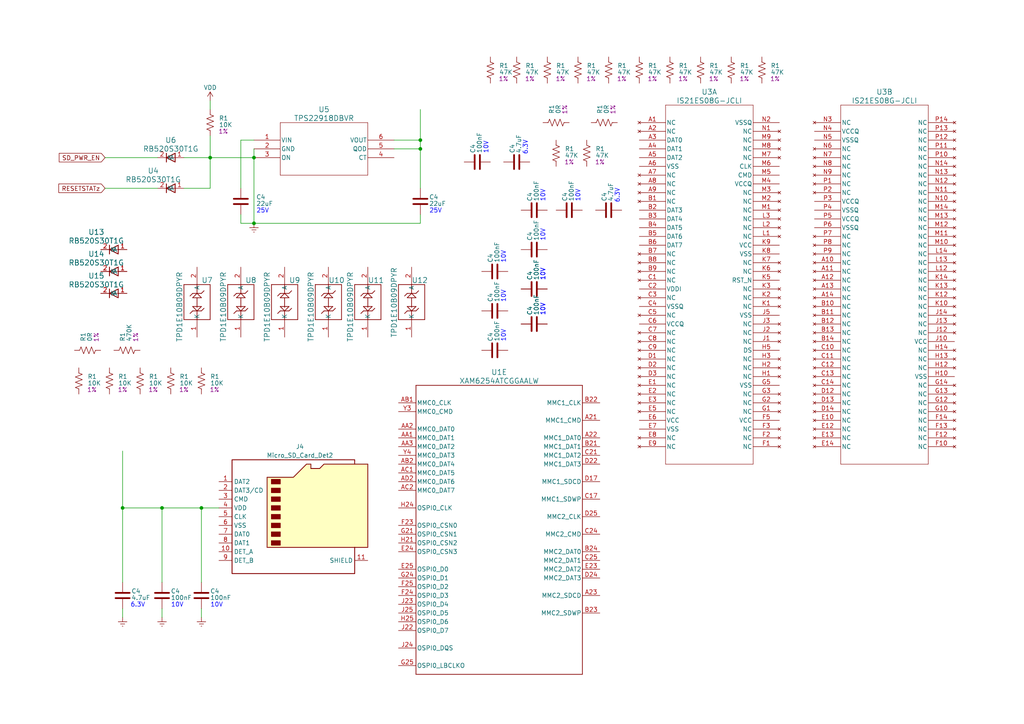
<source format=kicad_sch>
(kicad_sch (version 20230121) (generator eeschema)
  (paper "A4")
  (title_block (title "TI Ember AM62 SiP Concept") (date "2023-06-09") (rev "Rev 0") (company "Andrei Aldea - Texas Instruments"))
  (junction (at 73.66 64.77))
  (junction (at 121.92 43.18))
  (junction (at 46.99 147.32))
  (junction (at 58.42 147.32))
  (junction (at 121.92 40.64))
  (junction (at 35.56 147.32))
  (junction (at 60.96 45.72))
  (junction (at 73.66 45.72))
  (wire (pts (xy 121.92 43.18) (xy 121.92 54.61)))
  (wire (pts (xy 69.85 40.64) (xy 73.66 40.64)))
  (wire (pts (xy 35.56 147.32) (xy 46.99 147.32)))
  (wire (pts (xy 73.66 45.72) (xy 73.66 64.77)))
  (wire (pts (xy 73.66 43.18) (xy 73.66 45.72)))
  (wire (pts (xy 73.66 64.77) (xy 121.92 64.77)))
  (wire (pts (xy 46.99 147.32) (xy 46.99 168.91)))
  (wire (pts (xy 121.92 40.64) (xy 121.92 43.18)))
  (wire (pts (xy 58.42 147.32) (xy 63.5 147.32)))
  (wire (pts (xy 121.92 31.75) (xy 121.92 40.64)))
  (wire (pts (xy 46.99 176.53) (xy 46.99 179.07)))
  (wire (pts (xy 60.96 29.21) (xy 60.96 31.75)))
  (wire (pts (xy 114.3 40.64) (xy 121.92 40.64)))
  (wire (pts (xy 60.96 54.61) (xy 60.96 45.72)))
  (wire (pts (xy 53.34 45.72) (xy 60.96 45.72)))
  (wire (pts (xy 58.42 147.32) (xy 58.42 168.91)))
  (wire (pts (xy 58.42 176.53) (xy 58.42 179.07)))
  (wire (pts (xy 30.48 54.61) (xy 45.72 54.61)))
  (wire (pts (xy 69.85 64.77) (xy 73.66 64.77)))
  (wire (pts (xy 46.99 147.32) (xy 58.42 147.32)))
  (wire (pts (xy 69.85 54.61) (xy 69.85 40.64)))
  (wire (pts (xy 60.96 45.72) (xy 60.96 39.37)))
  (wire (pts (xy 121.92 64.77) (xy 121.92 62.23)))
  (wire (pts (xy 114.3 43.18) (xy 121.92 43.18)))
  (wire (pts (xy 53.34 54.61) (xy 60.96 54.61)))
  (wire (pts (xy 35.56 176.53) (xy 35.56 179.07)))
  (wire (pts (xy 60.96 45.72) (xy 73.66 45.72)))
  (wire (pts (xy 30.48 45.72) (xy 45.72 45.72)))
  (wire (pts (xy 35.56 130.81) (xy 35.56 147.32)))
  (wire (pts (xy 69.85 64.77) (xy 69.85 62.23)))
  (wire (pts (xy 35.56 147.32) (xy 35.56 168.91)))
  (global_label "SD_PWR_EN" (shape input) (at 30.48 45.72 180) (property "Intersheetrefs" "${INTERSHEET_REFS}" (effects hide)))
  (global_label "RESETSTATz" (shape input) (at 30.48 54.61 180) (property "Intersheetrefs" "${INTERSHEET_REFS}" (effects hide)))
  (symbol (lib_id "Device:C") (at 121.92 58.42 0) (unit 1)
    (property "Reference" "C4" (at 124.46 57.15 0) (effects (justify left)))
    (property "Value" "22uF" (at 124.46 59.055 0) (effects (justify left)))
    (property "Footprint" "Capacitor_SMD:C_0805_2012Metric" (effects hide))
    (property "V Tol" "25V" (at 126.3523 60.9631 0))
    (instances (project "TI Ember" (path "" (reference "C4") (unit 1)) (path "" (reference "C1") (unit 1)) (path "" (reference "C61") (unit 1)) (path "" (reference "C96") (unit 1))))
  )
  (symbol (lib_id "Device:R_US") (at 212.09 20.32 0) (unit 1)
    (property "Reference" "R1" (at 214.63 19.05 0) (effects (justify left)))
    (property "Value" "47K" (at 214.63 20.955 0) (effects (justify left)))
    (property "Footprint" "Resistor_SMD:R_0201_0603Metric" (effects hide))
    (property "Tolerance" "1%" (at 215.9 22.86 0))
    (instances (project "TI Ember" (path "" (reference "R1") (unit 1)) (path "" (reference "R4") (unit 1)) (path "" (reference "R17") (unit 1))))
  )
  (symbol (lib_id "Device:C") (at 154.94 72.39 90) (unit 1)
    (property "Reference" "C4" (at 153.67 69.85 0) (effects (justify left)))
    (property "Value" "100nF" (at 155.575 69.85 0) (effects (justify left)))
    (property "Footprint" "Capacitor_SMD:C_0201_0603Metric" (effects hide))
    (property "V Tol" "10V" (at 157.4831 67.9577 0))
    (instances (project "TI Ember" (path "" (reference "C4") (unit 1)) (path "" (reference "C1") (unit 1)) (path "" (reference "C61") (unit 1)) (path "" (reference "C87") (unit 1))))
  )
  (symbol (lib_id "Device:R_US") (at 161.29 44.45 0) (unit 1)
    (property "Reference" "R1" (at 163.83 43.18 0) (effects (justify left)))
    (property "Value" "47K" (at 163.83 45.085 0) (effects (justify left)))
    (property "Footprint" "Resistor_SMD:R_0201_0603Metric" (effects hide))
    (property "Tolerance" "1%" (at 165.1 46.99 0))
    (instances (project "TI Ember" (path "" (reference "R1") (unit 1)) (path "" (reference "R4") (unit 1)) (path "" (reference "R21") (unit 1))))
  )
  (symbol (lib_id "power:GNDREF") (at 73.66 64.77 0) (unit 1)
    (property "Reference" "#PWR029" (effects hide))
    (property "Value" "GNDREF" (effects hide))
    (instances (project "TI Ember" (path "" (reference "#PWR029") (unit 1)) (path "" (reference "#PWR062") (unit 1))))
  )
  (symbol (lib_id "Device:C") (at 176.53 60.96 90) (unit 1)
    (property "Reference" "C4" (at 175.26 58.42 0) (effects (justify left)))
    (property "Value" "4.7uF" (at 177.165 58.42 0) (effects (justify left)))
    (property "Footprint" "Capacitor_SMD:C_0402_1005Metric" (effects hide))
    (property "V Tol" "6.3V" (at 179.0731 56.5277 0))
    (instances (project "TI Ember" (path "" (reference "C4") (unit 1)) (path "" (reference "C1") (unit 1)) (path "" (reference "C56") (unit 1)) (path "" (reference "C92") (unit 1))))
  )
  (symbol (lib_id "Device:C") (at 143.51 78.74 90) (unit 1)
    (property "Reference" "C4" (at 142.24 76.2 0) (effects (justify left)))
    (property "Value" "100nF" (at 144.145 76.2 0) (effects (justify left)))
    (property "Footprint" "Capacitor_SMD:C_0201_0603Metric" (effects hide))
    (property "V Tol" "10V" (at 146.0531 74.3077 0))
    (instances (project "TI Ember" (path "" (reference "C4") (unit 1)) (path "" (reference "C1") (unit 1)) (path "" (reference "C61") (unit 1)) (path "" (reference "C82") (unit 1))))
  )
  (symbol (lib_id "Device:R_US") (at 170.18 44.45 0) (unit 1)
    (property "Reference" "R1" (at 172.72 43.18 0) (effects (justify left)))
    (property "Value" "47K" (at 172.72 45.085 0) (effects (justify left)))
    (property "Footprint" "Resistor_SMD:R_0201_0603Metric" (effects hide))
    (property "Tolerance" "1%" (at 173.99 46.99 0))
    (instances (project "TI Ember" (path "" (reference "R1") (unit 1)) (path "" (reference "R4") (unit 1)) (path "" (reference "R22") (unit 1))))
  )
  (symbol (lib_id "Device:C") (at 154.94 93.98 90) (unit 1)
    (property "Reference" "C4" (at 153.67 91.44 0) (effects (justify left)))
    (property "Value" "100nF" (at 155.575 91.44 0) (effects (justify left)))
    (property "Footprint" "Capacitor_SMD:C_0201_0603Metric" (effects hide))
    (property "V Tol" "10V" (at 157.4831 89.5477 0))
    (instances (project "TI Ember" (path "" (reference "C4") (unit 1)) (path "" (reference "C1") (unit 1)) (path "" (reference "C61") (unit 1)) (path "" (reference "C89") (unit 1))))
  )
  (symbol (lib_id "TPS22918DBVR:TPS22918DBVR") (at 73.66 40.64 0) (unit 1)
    (property "Reference" "U5" (at 93.98 31.75 0) (effects (font (size 1.524 1.524))))
    (property "Value" "TPS22918DBVR" (at 93.98 34.29 0) (effects (font (size 1.524 1.524))))
    (property "Footprint" "DBV6_TEX" (effects hide))
    (property "Datasheet" "TPS22918DBVR" (effects hide))
  )
  (symbol (lib_id "Device:R_US") (at 22.86 110.49 0) (unit 1)
    (property "Reference" "R1" (at 25.4 109.22 0) (effects (justify left)))
    (property "Value" "10K" (at 25.4 111.125 0) (effects (justify left)))
    (property "Footprint" "Resistor_SMD:R_0201_0603Metric" (effects hide))
    (property "Tolerance" "1%" (at 26.67 113.03 0))
    (instances (project "TI Ember" (path "" (reference "R1") (unit 1)) (path "" (reference "R4") (unit 1)) (path "" (reference "R23") (unit 1))))
  )
  (symbol (lib_id "TPD1E10B09DPYR:TPD1E10B09DPYR") (at 69.85 87.63 90) (unit 1)
    (property "Reference" "U8" (at 71.12 81.28 90) (effects (font (size 1.524 1.524)) (justify right)))
    (property "Value" "TPD1E10B09DPYR" (at 64.77 78.74 0) (effects (font (size 1.524 1.524)) (justify right)))
    (property "Footprint" "DPY0002A" (effects hide))
    (property "Datasheet" "TPD1E10B09DPYR" (effects hide))
  )
  (symbol (lib_id "Device:C") (at 143.51 90.17 90) (unit 1)
    (property "Reference" "C4" (at 142.24 87.63 0) (effects (justify left)))
    (property "Value" "100nF" (at 144.145 87.63 0) (effects (justify left)))
    (property "Footprint" "Capacitor_SMD:C_0201_0603Metric" (effects hide))
    (property "V Tol" "10V" (at 146.0531 85.7377 0))
    (instances (project "TI Ember" (path "" (reference "C4") (unit 1)) (path "" (reference "C1") (unit 1)) (path "" (reference "C61") (unit 1)) (path "" (reference "C83") (unit 1))))
  )
  (symbol (lib_id "power:GNDREF") (at 46.99 179.07 0) (unit 1)
    (property "Reference" "#PWR029" (effects hide))
    (property "Value" "GNDREF" (effects hide))
    (instances (project "TI Ember" (path "" (reference "#PWR029") (unit 1)) (path "" (reference "#PWR060") (unit 1))))
  )
  (symbol (lib_id "TPD1E10B09DPYR:TPD1E10B09DPYR") (at 82.55 87.63 90) (unit 1)
    (property "Reference" "U9" (at 83.82 81.28 90) (effects (font (size 1.524 1.524)) (justify right)))
    (property "Value" "TPD1E10B09DPYR" (at 77.47 78.74 0) (effects (font (size 1.524 1.524)) (justify right)))
    (property "Footprint" "DPY0002A" (effects hide))
    (property "Datasheet" "TPD1E10B09DPYR" (effects hide))
  )
  (symbol (lib_id "Device:R_US") (at 36.83 101.6 90) (unit 1)
    (property "Reference" "R1" (at 35.56 99.06 0) (effects (justify left)))
    (property "Value" "470K" (at 37.465 99.06 0) (effects (justify left)))
    (property "Footprint" "Resistor_SMD:R_0201_0603Metric" (effects hide))
    (property "Tolerance" "1%" (at 39.37 97.79 0))
    (instances (project "TI Ember" (path "" (reference "R1") (unit 1)) (path "" (reference "R4") (unit 1)) (path "" (reference "R29") (unit 1))))
  )
  (symbol (lib_id "Device:R_US") (at 31.75 110.49 0) (unit 1)
    (property "Reference" "R1" (at 34.29 109.22 0) (effects (justify left)))
    (property "Value" "10K" (at 34.29 111.125 0) (effects (justify left)))
    (property "Footprint" "Resistor_SMD:R_0201_0603Metric" (effects hide))
    (property "Tolerance" "1%" (at 35.56 113.03 0))
    (instances (project "TI Ember" (path "" (reference "R1") (unit 1)) (path "" (reference "R4") (unit 1)) (path "" (reference "R24") (unit 1))))
  )
  (symbol (lib_id "Device:C") (at 58.42 172.72 0) (unit 1)
    (property "Reference" "C4" (at 60.96 171.45 0) (effects (justify left)))
    (property "Value" "100nF" (at 60.96 173.355 0) (effects (justify left)))
    (property "Footprint" "Capacitor_SMD:C_0201_0603Metric" (effects hide))
    (property "V Tol" "10V" (at 62.8523 175.2631 0))
    (instances (project "TI Ember" (path "" (reference "C4") (unit 1)) (path "" (reference "C1") (unit 1)) (path "" (reference "C61") (unit 1)) (path "" (reference "C95") (unit 1))))
  )
  (symbol (lib_id "2023-06-07_15-46-43:RB520S30T1G") (at 45.72 54.61 0) (unit 1)
    (property "Reference" "U4" (at 44.45 49.53 0) (effects (font (size 1.524 1.524))))
    (property "Value" "RB520S30T1G" (at 44.45 52.07 0) (effects (font (size 1.524 1.524))))
    (property "Footprint" "SOD-523_0P9X1P3_ONS" (effects hide))
    (property "Datasheet" "RB520S30T1G" (effects hide))
  )
  (symbol (lib_id "Device:R_US") (at 220.98 20.32 0) (unit 1)
    (property "Reference" "R1" (at 223.52 19.05 0) (effects (justify left)))
    (property "Value" "47K" (at 223.52 20.955 0) (effects (justify left)))
    (property "Footprint" "Resistor_SMD:R_0201_0603Metric" (effects hide))
    (property "Tolerance" "1%" (at 224.79 22.86 0))
    (instances (project "TI Ember" (path "" (reference "R1") (unit 1)) (path "" (reference "R4") (unit 1)) (path "" (reference "R18") (unit 1))))
  )
  (symbol (lib_id "Device:R_US") (at 58.42 110.49 0) (unit 1)
    (property "Reference" "R1" (at 60.96 109.22 0) (effects (justify left)))
    (property "Value" "10K" (at 60.96 111.125 0) (effects (justify left)))
    (property "Footprint" "Resistor_SMD:R_0201_0603Metric" (effects hide))
    (property "Tolerance" "1%" (at 62.23 113.03 0))
    (instances (project "TI Ember" (path "" (reference "R1") (unit 1)) (path "" (reference "R4") (unit 1)) (path "" (reference "R27") (unit 1))))
  )
  (symbol (lib_id "Device:R_US") (at 161.29 35.56 90) (unit 1)
    (property "Reference" "R1" (at 160.02 33.02 0) (effects (justify left)))
    (property "Value" "0R" (at 161.925 33.02 0) (effects (justify left)))
    (property "Footprint" "Resistor_SMD:R_0201_0603Metric" (effects hide))
    (property "Tolerance" "1%" (at 163.83 31.75 0))
    (instances (project "TI Ember" (path "" (reference "R1") (unit 1)) (path "" (reference "R4") (unit 1)) (path "" (reference "R19") (unit 1))))
  )
  (symbol (lib_id "TPD1E10B09DPYR:TPD1E10B09DPYR") (at 119.38 87.63 90) (unit 1)
    (property "Reference" "U12" (at 119.38 81.28 90) (effects (font (size 1.524 1.524)) (justify right)))
    (property "Value" "TPD1E10B09DPYR" (at 114.3 77.47 0) (effects (font (size 1.524 1.524)) (justify right)))
    (property "Footprint" "DPY0002A" (effects hide))
    (property "Datasheet" "TPD1E10B09DPYR" (effects hide))
  )
  (symbol (lib_id "Device:R_US") (at 149.86 20.32 0) (unit 1)
    (property "Reference" "R1" (at 152.4 19.05 0) (effects (justify left)))
    (property "Value" "47K" (at 152.4 20.955 0) (effects (justify left)))
    (property "Footprint" "Resistor_SMD:R_0201_0603Metric" (effects hide))
    (property "Tolerance" "1%" (at 153.67 22.86 0))
    (instances (project "TI Ember" (path "" (reference "R1") (unit 1)) (path "" (reference "R4") (unit 1)) (path "" (reference "R10") (unit 1))))
  )
  (symbol (lib_id "Device:R_US") (at 203.2 20.32 0) (unit 1)
    (property "Reference" "R1" (at 205.74 19.05 0) (effects (justify left)))
    (property "Value" "47K" (at 205.74 20.955 0) (effects (justify left)))
    (property "Footprint" "Resistor_SMD:R_0201_0603Metric" (effects hide))
    (property "Tolerance" "1%" (at 207.01 22.86 0))
    (instances (project "TI Ember" (path "" (reference "R1") (unit 1)) (path "" (reference "R4") (unit 1)) (path "" (reference "R16") (unit 1))))
  )
  (symbol (lib_id "Device:C") (at 154.94 83.82 90) (unit 1)
    (property "Reference" "C4" (at 153.67 81.28 0) (effects (justify left)))
    (property "Value" "100nF" (at 155.575 81.28 0) (effects (justify left)))
    (property "Footprint" "Capacitor_SMD:C_0201_0603Metric" (effects hide))
    (property "V Tol" "10V" (at 157.4831 79.3877 0))
    (instances (project "TI Ember" (path "" (reference "C4") (unit 1)) (path "" (reference "C1") (unit 1)) (path "" (reference "C61") (unit 1)) (path "" (reference "C88") (unit 1))))
  )
  (symbol (lib_id "TPD1E10B09DPYR:TPD1E10B09DPYR") (at 106.68 87.63 90) (unit 1)
    (property "Reference" "U11" (at 106.68 81.28 90) (effects (font (size 1.524 1.524)) (justify right)))
    (property "Value" "TPD1E10B09DPYR" (at 101.6 78.74 0) (effects (font (size 1.524 1.524)) (justify right)))
    (property "Footprint" "DPY0002A" (effects hide))
    (property "Datasheet" "TPD1E10B09DPYR" (effects hide))
  )
  (symbol (lib_id "Device:R_US") (at 194.31 20.32 0) (unit 1)
    (property "Reference" "R1" (at 196.85 19.05 0) (effects (justify left)))
    (property "Value" "47K" (at 196.85 20.955 0) (effects (justify left)))
    (property "Footprint" "Resistor_SMD:R_0201_0603Metric" (effects hide))
    (property "Tolerance" "1%" (at 198.12 22.86 0))
    (instances (project "TI Ember" (path "" (reference "R1") (unit 1)) (path "" (reference "R4") (unit 1)) (path "" (reference "R15") (unit 1))))
  )
  (symbol (lib_id "Device:R_US") (at 49.53 110.49 0) (unit 1)
    (property "Reference" "R1" (at 52.07 109.22 0) (effects (justify left)))
    (property "Value" "10K" (at 52.07 111.125 0) (effects (justify left)))
    (property "Footprint" "Resistor_SMD:R_0201_0603Metric" (effects hide))
    (property "Tolerance" "1%" (at 53.34 113.03 0))
    (instances (project "TI Ember" (path "" (reference "R1") (unit 1)) (path "" (reference "R4") (unit 1)) (path "" (reference "R26") (unit 1))))
  )
  (symbol (lib_id "Device:C") (at 46.99 172.72 0) (unit 1)
    (property "Reference" "C4" (at 49.53 171.45 0) (effects (justify left)))
    (property "Value" "100nF" (at 49.53 173.355 0) (effects (justify left)))
    (property "Footprint" "Capacitor_SMD:C_0201_0603Metric" (effects hide))
    (property "V Tol" "10V" (at 51.4223 175.2631 0))
    (instances (project "TI Ember" (path "" (reference "C4") (unit 1)) (path "" (reference "C1") (unit 1)) (path "" (reference "C61") (unit 1)) (path "" (reference "C94") (unit 1))))
  )
  (symbol (lib_id "2023-06-07_15-46-43:RB520S30T1G") (at 45.72 45.72 0) (unit 1)
    (property "Reference" "U6" (at 49.53 40.64 0) (effects (font (size 1.524 1.524))))
    (property "Value" "RB520S30T1G" (at 49.53 43.18 0) (effects (font (size 1.524 1.524))))
    (property "Footprint" "SOD-523_0P9X1P3_ONS" (effects hide))
    (property "Datasheet" "RB520S30T1G" (effects hide))
  )
  (symbol (lib_id "Device:R_US") (at 25.4 101.6 90) (unit 1)
    (property "Reference" "R1" (at 24.13 99.06 0) (effects (justify left)))
    (property "Value" "0R" (at 26.035 99.06 0) (effects (justify left)))
    (property "Footprint" "Resistor_SMD:R_0201_0603Metric" (effects hide))
    (property "Tolerance" "1%" (at 27.94 97.79 0))
    (instances (project "TI Ember" (path "" (reference "R1") (unit 1)) (path "" (reference "R4") (unit 1)) (path "" (reference "R28") (unit 1))))
  )
  (symbol (lib_id "Device:C") (at 35.56 172.72 0) (unit 1)
    (property "Reference" "C4" (at 38.1 171.45 0) (effects (justify left)))
    (property "Value" "4.7uF" (at 38.1 173.355 0) (effects (justify left)))
    (property "Footprint" "Capacitor_SMD:C_0402_1005Metric" (effects hide))
    (property "V Tol" "6.3V" (at 39.9923 175.2631 0))
    (instances (project "TI Ember" (path "" (reference "C4") (unit 1)) (path "" (reference "C1") (unit 1)) (path "" (reference "C56") (unit 1)) (path "" (reference "C93") (unit 1))))
  )
  (symbol (lib_id "power:GNDREF") (at 35.56 179.07 0) (unit 1)
    (property "Reference" "#PWR029" (effects hide))
    (property "Value" "GNDREF" (effects hide))
    (instances (project "TI Ember" (path "" (reference "#PWR029") (unit 1)) (path "" (reference "#PWR059") (unit 1))))
  )
  (symbol (lib_id "Device:R_US") (at 158.75 20.32 0) (unit 1)
    (property "Reference" "R1" (at 161.29 19.05 0) (effects (justify left)))
    (property "Value" "47K" (at 161.29 20.955 0) (effects (justify left)))
    (property "Footprint" "Resistor_SMD:R_0201_0603Metric" (effects hide))
    (property "Tolerance" "1%" (at 162.56 22.86 0))
    (instances (project "TI Ember" (path "" (reference "R1") (unit 1)) (path "" (reference "R4") (unit 1)) (path "" (reference "R11") (unit 1))))
  )
  (symbol (lib_id "Device:R_US") (at 142.24 20.32 0) (unit 1)
    (property "Reference" "R1" (at 144.78 19.05 0) (effects (justify left)))
    (property "Value" "47K" (at 144.78 20.955 0) (effects (justify left)))
    (property "Footprint" "Resistor_SMD:R_0201_0603Metric" (effects hide))
    (property "Tolerance" "1%" (at 146.05 22.86 0))
    (instances (project "TI Ember" (path "" (reference "R1") (unit 1)) (path "" (reference "R4") (unit 1)) (path "" (reference "R9") (unit 1))))
  )
  (symbol (lib_id "2023-06-02_20-32-44:IS21ES08G-JCLI") (at 236.22 35.56 0) (unit 2)
    (property "Reference" "U3" (at 256.54 26.67 0) (effects (font (size 1.524 1.524))))
    (property "Value" "IS21ES08G-JCLI" (at 256.54 29.21 0) (effects (font (size 1.524 1.524))))
    (property "Footprint" "VFBGA153_ISI" (effects hide))
    (property "Datasheet" "IS21ES08G-JCLI" (effects hide))
  )
  (symbol (lib_id "2023-06-07_15-46-43:RB520S30T1G") (at 29.21 72.39 0) (unit 1)
    (property "Reference" "U13" (at 27.94 67.31 0) (effects (font (size 1.524 1.524))))
    (property "Value" "RB520S30T1G" (at 27.94 69.85 0) (effects (font (size 1.524 1.524))))
    (property "Footprint" "SOD-523_0P9X1P3_ONS" (effects hide))
    (property "Datasheet" "RB520S30T1G" (effects hide))
  )
  (symbol (lib_id "TPD1E10B09DPYR:TPD1E10B09DPYR") (at 57.15 87.63 90) (unit 1)
    (property "Reference" "U7" (at 58.42 81.28 90) (effects (font (size 1.524 1.524)) (justify right)))
    (property "Value" "TPD1E10B09DPYR" (at 52.07 78.74 0) (effects (font (size 1.524 1.524)) (justify right)))
    (property "Footprint" "DPY0002A" (effects hide))
    (property "Datasheet" "TPD1E10B09DPYR" (effects hide))
  )
  (symbol (lib_id "Device:C") (at 165.1 60.96 90) (unit 1)
    (property "Reference" "C4" (at 163.83 58.42 0) (effects (justify left)))
    (property "Value" "100nF" (at 165.735 58.42 0) (effects (justify left)))
    (property "Footprint" "Capacitor_SMD:C_0201_0603Metric" (effects hide))
    (property "V Tol" "10V" (at 167.6431 56.5277 0))
    (instances (project "TI Ember" (path "" (reference "C4") (unit 1)) (path "" (reference "C1") (unit 1)) (path "" (reference "C61") (unit 1)) (path "" (reference "C90") (unit 1))))
  )
  (symbol (lib_id "TIEmber:XAM6254ATCGGAALW") (at 115.57 116.84 0) (unit 5)
    (property "Reference" "U1" (at 144.78 107.95 0) (effects (font (size 1.524 1.524))))
    (property "Value" "XAM6254ATCGGAALW" (at 144.78 110.49 0) (effects (font (size 1.524 1.524))))
    (property "Footprint" "ALW0425A-MFG" (effects hide))
    (property "Datasheet" "XAM6254ATCGGAALW" (effects hide))
  )
  (symbol (lib_id "Device:R_US") (at 175.26 35.56 90) (unit 1)
    (property "Reference" "R1" (at 173.99 33.02 0) (effects (justify left)))
    (property "Value" "0R" (at 175.895 33.02 0) (effects (justify left)))
    (property "Footprint" "Resistor_SMD:R_0201_0603Metric" (effects hide))
    (property "Tolerance" "1%" (at 177.8 31.75 0))
    (instances (project "TI Ember" (path "" (reference "R1") (unit 1)) (path "" (reference "R4") (unit 1)) (path "" (reference "R20") (unit 1))))
  )
  (symbol (lib_id "Device:R_US") (at 185.42 20.32 0) (unit 1)
    (property "Reference" "R1" (at 187.96 19.05 0) (effects (justify left)))
    (property "Value" "47K" (at 187.96 20.955 0) (effects (justify left)))
    (property "Footprint" "Resistor_SMD:R_0201_0603Metric" (effects hide))
    (property "Tolerance" "1%" (at 189.23 22.86 0))
    (instances (project "TI Ember" (path "" (reference "R1") (unit 1)) (path "" (reference "R4") (unit 1)) (path "" (reference "R14") (unit 1))))
  )
  (symbol (lib_id "2023-06-07_15-46-43:RB520S30T1G") (at 29.21 85.09 0) (unit 1)
    (property "Reference" "U15" (at 27.94 80.01 0) (effects (font (size 1.524 1.524))))
    (property "Value" "RB520S30T1G" (at 27.94 82.55 0) (effects (font (size 1.524 1.524))))
    (property "Footprint" "SOD-523_0P9X1P3_ONS" (effects hide))
    (property "Datasheet" "RB520S30T1G" (effects hide))
  )
  (symbol (lib_id "2023-06-07_15-46-43:RB520S30T1G") (at 29.21 78.74 0) (unit 1)
    (property "Reference" "U14" (at 27.94 73.66 0) (effects (font (size 1.524 1.524))))
    (property "Value" "RB520S30T1G" (at 27.94 76.2 0) (effects (font (size 1.524 1.524))))
    (property "Footprint" "SOD-523_0P9X1P3_ONS" (effects hide))
    (property "Datasheet" "RB520S30T1G" (effects hide))
  )
  (symbol (lib_id "TPD1E10B09DPYR:TPD1E10B09DPYR") (at 95.25 87.63 90) (unit 1)
    (property "Reference" "U10" (at 95.25 81.28 90) (effects (font (size 1.524 1.524)) (justify right)))
    (property "Value" "TPD1E10B09DPYR" (at 90.17 78.74 0) (effects (font (size 1.524 1.524)) (justify right)))
    (property "Footprint" "DPY0002A" (effects hide))
    (property "Datasheet" "TPD1E10B09DPYR" (effects hide))
  )
  (symbol (lib_id "Device:C") (at 143.51 101.6 90) (unit 1)
    (property "Reference" "C4" (at 142.24 99.06 0) (effects (justify left)))
    (property "Value" "100nF" (at 144.145 99.06 0) (effects (justify left)))
    (property "Footprint" "Capacitor_SMD:C_0201_0603Metric" (effects hide))
    (property "V Tol" "10V" (at 146.0531 97.1677 0))
    (instances (project "TI Ember" (path "" (reference "C4") (unit 1)) (path "" (reference "C1") (unit 1)) (path "" (reference "C61") (unit 1)) (path "" (reference "C84") (unit 1))))
  )
  (symbol (lib_id "Device:R_US") (at 60.96 35.56 0) (unit 1)
    (property "Reference" "R1" (at 63.5 34.29 0) (effects (justify left)))
    (property "Value" "10K" (at 63.5 36.195 0) (effects (justify left)))
    (property "Footprint" "Resistor_SMD:R_0201_0603Metric" (effects hide))
    (property "Tolerance" "1%" (at 64.77 38.1 0))
    (instances (project "TI Ember" (path "" (reference "R1") (unit 1)) (path "" (reference "R4") (unit 1)) (path "" (reference "R30") (unit 1))))
  )
  (symbol (lib_id "Device:C") (at 138.43 46.99 90) (unit 1)
    (property "Reference" "C4" (at 137.16 44.45 0) (effects (justify left)))
    (property "Value" "100nF" (at 139.065 44.45 0) (effects (justify left)))
    (property "Footprint" "Capacitor_SMD:C_0201_0603Metric" (effects hide))
    (property "V Tol" "10V" (at 140.9731 42.5577 0))
    (instances (project "TI Ember" (path "" (reference "C4") (unit 1)) (path "" (reference "C1") (unit 1)) (path "" (reference "C61") (unit 1)) (path "" (reference "C85") (unit 1))))
  )
  (symbol (lib_id "TIEmber:VDD_3V3") (at 60.96 29.21 0) (unit 1)
    (property "Reference" "#PWR058" (effects hide))
    (property "Value" "VDD_3V3" (at 60.96 25.4 0))
  )
  (symbol (lib_id "Device:R_US") (at 40.64 110.49 0) (unit 1)
    (property "Reference" "R1" (at 43.18 109.22 0) (effects (justify left)))
    (property "Value" "10K" (at 43.18 111.125 0) (effects (justify left)))
    (property "Footprint" "Resistor_SMD:R_0201_0603Metric" (effects hide))
    (property "Tolerance" "1%" (at 44.45 113.03 0))
    (instances (project "TI Ember" (path "" (reference "R1") (unit 1)) (path "" (reference "R4") (unit 1)) (path "" (reference "R25") (unit 1))))
  )
  (symbol (lib_id "Device:C") (at 154.94 60.96 90) (unit 1)
    (property "Reference" "C4" (at 153.67 58.42 0) (effects (justify left)))
    (property "Value" "100nF" (at 155.575 58.42 0) (effects (justify left)))
    (property "Footprint" "Capacitor_SMD:C_0201_0603Metric" (effects hide))
    (property "V Tol" "10V" (at 157.4831 56.5277 0))
    (instances (project "TI Ember" (path "" (reference "C4") (unit 1)) (path "" (reference "C1") (unit 1)) (path "" (reference "C61") (unit 1)) (path "" (reference "C86") (unit 1))))
  )
  (symbol (lib_id "Device:R_US") (at 167.64 20.32 0) (unit 1)
    (property "Reference" "R1" (at 170.18 19.05 0) (effects (justify left)))
    (property "Value" "47K" (at 170.18 20.955 0) (effects (justify left)))
    (property "Footprint" "Resistor_SMD:R_0201_0603Metric" (effects hide))
    (property "Tolerance" "1%" (at 171.45 22.86 0))
    (instances (project "TI Ember" (path "" (reference "R1") (unit 1)) (path "" (reference "R4") (unit 1)) (path "" (reference "R12") (unit 1))))
  )
  (symbol (lib_id "Device:C") (at 149.86 46.99 90) (unit 1)
    (property "Reference" "C4" (at 148.59 44.45 0) (effects (justify left)))
    (property "Value" "4.7uF" (at 150.495 44.45 0) (effects (justify left)))
    (property "Footprint" "Capacitor_SMD:C_0402_1005Metric" (effects hide))
    (property "V Tol" "6.3V" (at 152.4031 42.5577 0))
    (instances (project "TI Ember" (path "" (reference "C4") (unit 1)) (path "" (reference "C1") (unit 1)) (path "" (reference "C56") (unit 1)) (path "" (reference "C91") (unit 1))))
  )
  (symbol (lib_id "Device:R_US") (at 176.53 20.32 0) (unit 1)
    (property "Reference" "R1" (at 179.07 19.05 0) (effects (justify left)))
    (property "Value" "47K" (at 179.07 20.955 0) (effects (justify left)))
    (property "Footprint" "Resistor_SMD:R_0201_0603Metric" (effects hide))
    (property "Tolerance" "1%" (at 180.34 22.86 0))
    (instances (project "TI Ember" (path "" (reference "R1") (unit 1)) (path "" (reference "R4") (unit 1)) (path "" (reference "R13") (unit 1))))
  )
  (symbol (lib_id "power:GNDREF") (at 58.42 179.07 0) (unit 1)
    (property "Reference" "#PWR029" (effects hide))
    (property "Value" "GNDREF" (effects hide))
    (instances (project "TI Ember" (path "" (reference "#PWR029") (unit 1)) (path "" (reference "#PWR061") (unit 1))))
  )
  (symbol (lib_id "Connector:Micro_SD_Card_Det2") (at 86.36 149.86 0) (unit 1)
    (property "Reference" "J4" (at 86.995 129.54 0))
    (property "Value" "Micro_SD_Card_Det2" (at 86.995 132.08 0))
    (property "Footprint" "Connector_Card:microSD_HC_Hirose_DM3D-SF" (effects hide))
    (property "Datasheet" "https://www.hirose.com/en/product/document?clcode=&productname=&series=DM3&documenttype=Catalog&lang=en&documentid=D49662_en" (effects hide))
  )
  (symbol (lib_id "Device:C") (at 69.85 58.42 0) (unit 1)
    (property "Reference" "C4" (at 74.3077 57.1469 0) (effects (justify left)))
    (property "Value" "22uF" (at 74.3077 59.0519 0) (effects (justify left)))
    (property "Footprint" "Capacitor_SMD:C_0805_2012Metric" (effects hide))
    (property "V Tol" "25V" (at 76.2 60.96 0))
    (instances (project "TI Ember" (path "" (reference "C4") (unit 1)) (path "" (reference "C1") (unit 1)) (path "" (reference "C61") (unit 1)) (path "" (reference "C97") (unit 1))))
  )
  (symbol (lib_id "2023-06-02_20-32-44:IS21ES08G-JCLI") (at 185.42 35.56 0) (unit 1)
    (property "Reference" "U3" (at 205.74 26.67 0) (effects (font (size 1.524 1.524))))
    (property "Value" "IS21ES08G-JCLI" (at 205.74 29.21 0) (effects (font (size 1.524 1.524))))
    (property "Footprint" "VFBGA153_ISI" (effects hide))
    (property "Datasheet" "IS21ES08G-JCLI" (effects hide))
  )
)
</source>
